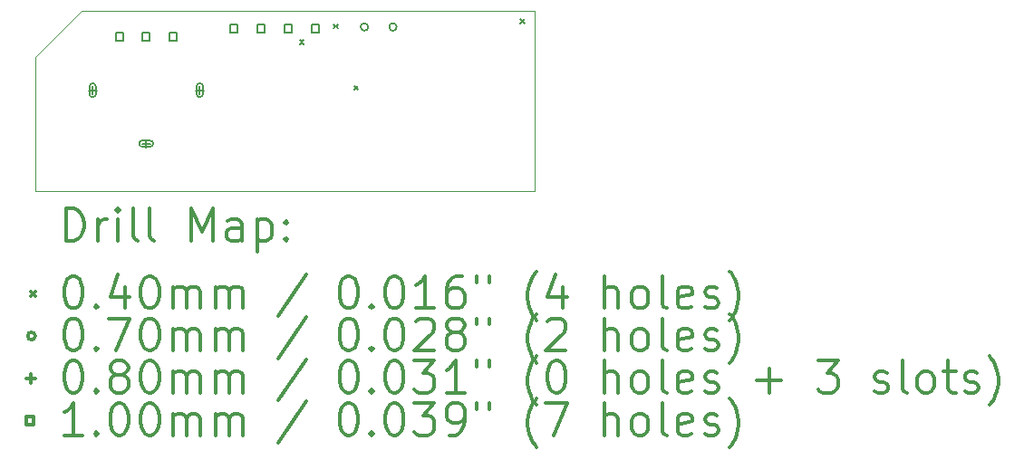
<source format=gbr>
%FSLAX45Y45*%
G04 Gerber Fmt 4.5, Leading zero omitted, Abs format (unit mm)*
G04 Created by KiCad (PCBNEW (5.1.6)-1) date 2024-02-19 11:37:00*
%MOMM*%
%LPD*%
G01*
G04 APERTURE LIST*
%TA.AperFunction,Profile*%
%ADD10C,0.050000*%
%TD*%
%ADD11C,0.200000*%
%ADD12C,0.300000*%
G04 APERTURE END LIST*
D10*
X12700000Y-10179050D02*
X13131800Y-9747250D01*
X12700000Y-11430000D02*
X12700000Y-10179050D01*
X17367250Y-9747250D02*
X13131800Y-9747250D01*
X17367250Y-11430000D02*
X17367250Y-9747250D01*
X12700000Y-11430000D02*
X17367250Y-11430000D01*
D11*
X15169200Y-10019350D02*
X15209200Y-10059350D01*
X15209200Y-10019350D02*
X15169200Y-10059350D01*
X15486700Y-9873300D02*
X15526700Y-9913300D01*
X15526700Y-9873300D02*
X15486700Y-9913300D01*
X15677200Y-10447350D02*
X15717200Y-10487350D01*
X15717200Y-10447350D02*
X15677200Y-10487350D01*
X17232950Y-9828850D02*
X17272950Y-9868850D01*
X17272950Y-9828850D02*
X17232950Y-9868850D01*
X15808400Y-9899650D02*
G75*
G03*
X15808400Y-9899650I-35000J0D01*
G01*
X16075100Y-9899650D02*
G75*
G03*
X16075100Y-9899650I-35000J0D01*
G01*
X13235050Y-10450200D02*
X13235050Y-10530200D01*
X13195050Y-10490200D02*
X13275050Y-10490200D01*
X13265050Y-10525200D02*
X13265050Y-10455200D01*
X13205050Y-10525200D02*
X13205050Y-10455200D01*
X13265050Y-10455200D02*
G75*
G03*
X13205050Y-10455200I-30000J0D01*
G01*
X13205050Y-10525200D02*
G75*
G03*
X13265050Y-10525200I30000J0D01*
G01*
X13735050Y-10950200D02*
X13735050Y-11030200D01*
X13695050Y-10990200D02*
X13775050Y-10990200D01*
X13700050Y-11020200D02*
X13770050Y-11020200D01*
X13700050Y-10960200D02*
X13770050Y-10960200D01*
X13770050Y-11020200D02*
G75*
G03*
X13770050Y-10960200I0J30000D01*
G01*
X13700050Y-10960200D02*
G75*
G03*
X13700050Y-11020200I0J-30000D01*
G01*
X14235050Y-10450200D02*
X14235050Y-10530200D01*
X14195050Y-10490200D02*
X14275050Y-10490200D01*
X14265050Y-10525200D02*
X14265050Y-10455200D01*
X14205050Y-10525200D02*
X14205050Y-10455200D01*
X14265050Y-10455200D02*
G75*
G03*
X14205050Y-10455200I-30000J0D01*
G01*
X14205050Y-10525200D02*
G75*
G03*
X14265050Y-10525200I30000J0D01*
G01*
X14589556Y-9947706D02*
X14589556Y-9876994D01*
X14518844Y-9876994D01*
X14518844Y-9947706D01*
X14589556Y-9947706D01*
X14843556Y-9947706D02*
X14843556Y-9876994D01*
X14772844Y-9876994D01*
X14772844Y-9947706D01*
X14843556Y-9947706D01*
X15097556Y-9947706D02*
X15097556Y-9876994D01*
X15026844Y-9876994D01*
X15026844Y-9947706D01*
X15097556Y-9947706D01*
X15351556Y-9947706D02*
X15351556Y-9876994D01*
X15280844Y-9876994D01*
X15280844Y-9947706D01*
X15351556Y-9947706D01*
X13520406Y-10025556D02*
X13520406Y-9954844D01*
X13449694Y-9954844D01*
X13449694Y-10025556D01*
X13520406Y-10025556D01*
X13770406Y-10025556D02*
X13770406Y-9954844D01*
X13699694Y-9954844D01*
X13699694Y-10025556D01*
X13770406Y-10025556D01*
X14020406Y-10025556D02*
X14020406Y-9954844D01*
X13949694Y-9954844D01*
X13949694Y-10025556D01*
X14020406Y-10025556D01*
D12*
X12983928Y-11898214D02*
X12983928Y-11598214D01*
X13055357Y-11598214D01*
X13098214Y-11612500D01*
X13126786Y-11641071D01*
X13141071Y-11669643D01*
X13155357Y-11726786D01*
X13155357Y-11769643D01*
X13141071Y-11826786D01*
X13126786Y-11855357D01*
X13098214Y-11883929D01*
X13055357Y-11898214D01*
X12983928Y-11898214D01*
X13283928Y-11898214D02*
X13283928Y-11698214D01*
X13283928Y-11755357D02*
X13298214Y-11726786D01*
X13312500Y-11712500D01*
X13341071Y-11698214D01*
X13369643Y-11698214D01*
X13469643Y-11898214D02*
X13469643Y-11698214D01*
X13469643Y-11598214D02*
X13455357Y-11612500D01*
X13469643Y-11626786D01*
X13483928Y-11612500D01*
X13469643Y-11598214D01*
X13469643Y-11626786D01*
X13655357Y-11898214D02*
X13626786Y-11883929D01*
X13612500Y-11855357D01*
X13612500Y-11598214D01*
X13812500Y-11898214D02*
X13783928Y-11883929D01*
X13769643Y-11855357D01*
X13769643Y-11598214D01*
X14155357Y-11898214D02*
X14155357Y-11598214D01*
X14255357Y-11812500D01*
X14355357Y-11598214D01*
X14355357Y-11898214D01*
X14626786Y-11898214D02*
X14626786Y-11741071D01*
X14612500Y-11712500D01*
X14583928Y-11698214D01*
X14526786Y-11698214D01*
X14498214Y-11712500D01*
X14626786Y-11883929D02*
X14598214Y-11898214D01*
X14526786Y-11898214D01*
X14498214Y-11883929D01*
X14483928Y-11855357D01*
X14483928Y-11826786D01*
X14498214Y-11798214D01*
X14526786Y-11783929D01*
X14598214Y-11783929D01*
X14626786Y-11769643D01*
X14769643Y-11698214D02*
X14769643Y-11998214D01*
X14769643Y-11712500D02*
X14798214Y-11698214D01*
X14855357Y-11698214D01*
X14883928Y-11712500D01*
X14898214Y-11726786D01*
X14912500Y-11755357D01*
X14912500Y-11841071D01*
X14898214Y-11869643D01*
X14883928Y-11883929D01*
X14855357Y-11898214D01*
X14798214Y-11898214D01*
X14769643Y-11883929D01*
X15041071Y-11869643D02*
X15055357Y-11883929D01*
X15041071Y-11898214D01*
X15026786Y-11883929D01*
X15041071Y-11869643D01*
X15041071Y-11898214D01*
X15041071Y-11712500D02*
X15055357Y-11726786D01*
X15041071Y-11741071D01*
X15026786Y-11726786D01*
X15041071Y-11712500D01*
X15041071Y-11741071D01*
X12657500Y-12372500D02*
X12697500Y-12412500D01*
X12697500Y-12372500D02*
X12657500Y-12412500D01*
X13041071Y-12228214D02*
X13069643Y-12228214D01*
X13098214Y-12242500D01*
X13112500Y-12256786D01*
X13126786Y-12285357D01*
X13141071Y-12342500D01*
X13141071Y-12413929D01*
X13126786Y-12471071D01*
X13112500Y-12499643D01*
X13098214Y-12513929D01*
X13069643Y-12528214D01*
X13041071Y-12528214D01*
X13012500Y-12513929D01*
X12998214Y-12499643D01*
X12983928Y-12471071D01*
X12969643Y-12413929D01*
X12969643Y-12342500D01*
X12983928Y-12285357D01*
X12998214Y-12256786D01*
X13012500Y-12242500D01*
X13041071Y-12228214D01*
X13269643Y-12499643D02*
X13283928Y-12513929D01*
X13269643Y-12528214D01*
X13255357Y-12513929D01*
X13269643Y-12499643D01*
X13269643Y-12528214D01*
X13541071Y-12328214D02*
X13541071Y-12528214D01*
X13469643Y-12213929D02*
X13398214Y-12428214D01*
X13583928Y-12428214D01*
X13755357Y-12228214D02*
X13783928Y-12228214D01*
X13812500Y-12242500D01*
X13826786Y-12256786D01*
X13841071Y-12285357D01*
X13855357Y-12342500D01*
X13855357Y-12413929D01*
X13841071Y-12471071D01*
X13826786Y-12499643D01*
X13812500Y-12513929D01*
X13783928Y-12528214D01*
X13755357Y-12528214D01*
X13726786Y-12513929D01*
X13712500Y-12499643D01*
X13698214Y-12471071D01*
X13683928Y-12413929D01*
X13683928Y-12342500D01*
X13698214Y-12285357D01*
X13712500Y-12256786D01*
X13726786Y-12242500D01*
X13755357Y-12228214D01*
X13983928Y-12528214D02*
X13983928Y-12328214D01*
X13983928Y-12356786D02*
X13998214Y-12342500D01*
X14026786Y-12328214D01*
X14069643Y-12328214D01*
X14098214Y-12342500D01*
X14112500Y-12371071D01*
X14112500Y-12528214D01*
X14112500Y-12371071D02*
X14126786Y-12342500D01*
X14155357Y-12328214D01*
X14198214Y-12328214D01*
X14226786Y-12342500D01*
X14241071Y-12371071D01*
X14241071Y-12528214D01*
X14383928Y-12528214D02*
X14383928Y-12328214D01*
X14383928Y-12356786D02*
X14398214Y-12342500D01*
X14426786Y-12328214D01*
X14469643Y-12328214D01*
X14498214Y-12342500D01*
X14512500Y-12371071D01*
X14512500Y-12528214D01*
X14512500Y-12371071D02*
X14526786Y-12342500D01*
X14555357Y-12328214D01*
X14598214Y-12328214D01*
X14626786Y-12342500D01*
X14641071Y-12371071D01*
X14641071Y-12528214D01*
X15226786Y-12213929D02*
X14969643Y-12599643D01*
X15612500Y-12228214D02*
X15641071Y-12228214D01*
X15669643Y-12242500D01*
X15683928Y-12256786D01*
X15698214Y-12285357D01*
X15712500Y-12342500D01*
X15712500Y-12413929D01*
X15698214Y-12471071D01*
X15683928Y-12499643D01*
X15669643Y-12513929D01*
X15641071Y-12528214D01*
X15612500Y-12528214D01*
X15583928Y-12513929D01*
X15569643Y-12499643D01*
X15555357Y-12471071D01*
X15541071Y-12413929D01*
X15541071Y-12342500D01*
X15555357Y-12285357D01*
X15569643Y-12256786D01*
X15583928Y-12242500D01*
X15612500Y-12228214D01*
X15841071Y-12499643D02*
X15855357Y-12513929D01*
X15841071Y-12528214D01*
X15826786Y-12513929D01*
X15841071Y-12499643D01*
X15841071Y-12528214D01*
X16041071Y-12228214D02*
X16069643Y-12228214D01*
X16098214Y-12242500D01*
X16112500Y-12256786D01*
X16126786Y-12285357D01*
X16141071Y-12342500D01*
X16141071Y-12413929D01*
X16126786Y-12471071D01*
X16112500Y-12499643D01*
X16098214Y-12513929D01*
X16069643Y-12528214D01*
X16041071Y-12528214D01*
X16012500Y-12513929D01*
X15998214Y-12499643D01*
X15983928Y-12471071D01*
X15969643Y-12413929D01*
X15969643Y-12342500D01*
X15983928Y-12285357D01*
X15998214Y-12256786D01*
X16012500Y-12242500D01*
X16041071Y-12228214D01*
X16426786Y-12528214D02*
X16255357Y-12528214D01*
X16341071Y-12528214D02*
X16341071Y-12228214D01*
X16312500Y-12271071D01*
X16283928Y-12299643D01*
X16255357Y-12313929D01*
X16683928Y-12228214D02*
X16626786Y-12228214D01*
X16598214Y-12242500D01*
X16583928Y-12256786D01*
X16555357Y-12299643D01*
X16541071Y-12356786D01*
X16541071Y-12471071D01*
X16555357Y-12499643D01*
X16569643Y-12513929D01*
X16598214Y-12528214D01*
X16655357Y-12528214D01*
X16683928Y-12513929D01*
X16698214Y-12499643D01*
X16712500Y-12471071D01*
X16712500Y-12399643D01*
X16698214Y-12371071D01*
X16683928Y-12356786D01*
X16655357Y-12342500D01*
X16598214Y-12342500D01*
X16569643Y-12356786D01*
X16555357Y-12371071D01*
X16541071Y-12399643D01*
X16826786Y-12228214D02*
X16826786Y-12285357D01*
X16941071Y-12228214D02*
X16941071Y-12285357D01*
X17383928Y-12642500D02*
X17369643Y-12628214D01*
X17341071Y-12585357D01*
X17326786Y-12556786D01*
X17312500Y-12513929D01*
X17298214Y-12442500D01*
X17298214Y-12385357D01*
X17312500Y-12313929D01*
X17326786Y-12271071D01*
X17341071Y-12242500D01*
X17369643Y-12199643D01*
X17383928Y-12185357D01*
X17626786Y-12328214D02*
X17626786Y-12528214D01*
X17555357Y-12213929D02*
X17483928Y-12428214D01*
X17669643Y-12428214D01*
X18012500Y-12528214D02*
X18012500Y-12228214D01*
X18141071Y-12528214D02*
X18141071Y-12371071D01*
X18126786Y-12342500D01*
X18098214Y-12328214D01*
X18055357Y-12328214D01*
X18026786Y-12342500D01*
X18012500Y-12356786D01*
X18326786Y-12528214D02*
X18298214Y-12513929D01*
X18283928Y-12499643D01*
X18269643Y-12471071D01*
X18269643Y-12385357D01*
X18283928Y-12356786D01*
X18298214Y-12342500D01*
X18326786Y-12328214D01*
X18369643Y-12328214D01*
X18398214Y-12342500D01*
X18412500Y-12356786D01*
X18426786Y-12385357D01*
X18426786Y-12471071D01*
X18412500Y-12499643D01*
X18398214Y-12513929D01*
X18369643Y-12528214D01*
X18326786Y-12528214D01*
X18598214Y-12528214D02*
X18569643Y-12513929D01*
X18555357Y-12485357D01*
X18555357Y-12228214D01*
X18826786Y-12513929D02*
X18798214Y-12528214D01*
X18741071Y-12528214D01*
X18712500Y-12513929D01*
X18698214Y-12485357D01*
X18698214Y-12371071D01*
X18712500Y-12342500D01*
X18741071Y-12328214D01*
X18798214Y-12328214D01*
X18826786Y-12342500D01*
X18841071Y-12371071D01*
X18841071Y-12399643D01*
X18698214Y-12428214D01*
X18955357Y-12513929D02*
X18983928Y-12528214D01*
X19041071Y-12528214D01*
X19069643Y-12513929D01*
X19083928Y-12485357D01*
X19083928Y-12471071D01*
X19069643Y-12442500D01*
X19041071Y-12428214D01*
X18998214Y-12428214D01*
X18969643Y-12413929D01*
X18955357Y-12385357D01*
X18955357Y-12371071D01*
X18969643Y-12342500D01*
X18998214Y-12328214D01*
X19041071Y-12328214D01*
X19069643Y-12342500D01*
X19183928Y-12642500D02*
X19198214Y-12628214D01*
X19226786Y-12585357D01*
X19241071Y-12556786D01*
X19255357Y-12513929D01*
X19269643Y-12442500D01*
X19269643Y-12385357D01*
X19255357Y-12313929D01*
X19241071Y-12271071D01*
X19226786Y-12242500D01*
X19198214Y-12199643D01*
X19183928Y-12185357D01*
X12697500Y-12788500D02*
G75*
G03*
X12697500Y-12788500I-35000J0D01*
G01*
X13041071Y-12624214D02*
X13069643Y-12624214D01*
X13098214Y-12638500D01*
X13112500Y-12652786D01*
X13126786Y-12681357D01*
X13141071Y-12738500D01*
X13141071Y-12809929D01*
X13126786Y-12867071D01*
X13112500Y-12895643D01*
X13098214Y-12909929D01*
X13069643Y-12924214D01*
X13041071Y-12924214D01*
X13012500Y-12909929D01*
X12998214Y-12895643D01*
X12983928Y-12867071D01*
X12969643Y-12809929D01*
X12969643Y-12738500D01*
X12983928Y-12681357D01*
X12998214Y-12652786D01*
X13012500Y-12638500D01*
X13041071Y-12624214D01*
X13269643Y-12895643D02*
X13283928Y-12909929D01*
X13269643Y-12924214D01*
X13255357Y-12909929D01*
X13269643Y-12895643D01*
X13269643Y-12924214D01*
X13383928Y-12624214D02*
X13583928Y-12624214D01*
X13455357Y-12924214D01*
X13755357Y-12624214D02*
X13783928Y-12624214D01*
X13812500Y-12638500D01*
X13826786Y-12652786D01*
X13841071Y-12681357D01*
X13855357Y-12738500D01*
X13855357Y-12809929D01*
X13841071Y-12867071D01*
X13826786Y-12895643D01*
X13812500Y-12909929D01*
X13783928Y-12924214D01*
X13755357Y-12924214D01*
X13726786Y-12909929D01*
X13712500Y-12895643D01*
X13698214Y-12867071D01*
X13683928Y-12809929D01*
X13683928Y-12738500D01*
X13698214Y-12681357D01*
X13712500Y-12652786D01*
X13726786Y-12638500D01*
X13755357Y-12624214D01*
X13983928Y-12924214D02*
X13983928Y-12724214D01*
X13983928Y-12752786D02*
X13998214Y-12738500D01*
X14026786Y-12724214D01*
X14069643Y-12724214D01*
X14098214Y-12738500D01*
X14112500Y-12767071D01*
X14112500Y-12924214D01*
X14112500Y-12767071D02*
X14126786Y-12738500D01*
X14155357Y-12724214D01*
X14198214Y-12724214D01*
X14226786Y-12738500D01*
X14241071Y-12767071D01*
X14241071Y-12924214D01*
X14383928Y-12924214D02*
X14383928Y-12724214D01*
X14383928Y-12752786D02*
X14398214Y-12738500D01*
X14426786Y-12724214D01*
X14469643Y-12724214D01*
X14498214Y-12738500D01*
X14512500Y-12767071D01*
X14512500Y-12924214D01*
X14512500Y-12767071D02*
X14526786Y-12738500D01*
X14555357Y-12724214D01*
X14598214Y-12724214D01*
X14626786Y-12738500D01*
X14641071Y-12767071D01*
X14641071Y-12924214D01*
X15226786Y-12609929D02*
X14969643Y-12995643D01*
X15612500Y-12624214D02*
X15641071Y-12624214D01*
X15669643Y-12638500D01*
X15683928Y-12652786D01*
X15698214Y-12681357D01*
X15712500Y-12738500D01*
X15712500Y-12809929D01*
X15698214Y-12867071D01*
X15683928Y-12895643D01*
X15669643Y-12909929D01*
X15641071Y-12924214D01*
X15612500Y-12924214D01*
X15583928Y-12909929D01*
X15569643Y-12895643D01*
X15555357Y-12867071D01*
X15541071Y-12809929D01*
X15541071Y-12738500D01*
X15555357Y-12681357D01*
X15569643Y-12652786D01*
X15583928Y-12638500D01*
X15612500Y-12624214D01*
X15841071Y-12895643D02*
X15855357Y-12909929D01*
X15841071Y-12924214D01*
X15826786Y-12909929D01*
X15841071Y-12895643D01*
X15841071Y-12924214D01*
X16041071Y-12624214D02*
X16069643Y-12624214D01*
X16098214Y-12638500D01*
X16112500Y-12652786D01*
X16126786Y-12681357D01*
X16141071Y-12738500D01*
X16141071Y-12809929D01*
X16126786Y-12867071D01*
X16112500Y-12895643D01*
X16098214Y-12909929D01*
X16069643Y-12924214D01*
X16041071Y-12924214D01*
X16012500Y-12909929D01*
X15998214Y-12895643D01*
X15983928Y-12867071D01*
X15969643Y-12809929D01*
X15969643Y-12738500D01*
X15983928Y-12681357D01*
X15998214Y-12652786D01*
X16012500Y-12638500D01*
X16041071Y-12624214D01*
X16255357Y-12652786D02*
X16269643Y-12638500D01*
X16298214Y-12624214D01*
X16369643Y-12624214D01*
X16398214Y-12638500D01*
X16412500Y-12652786D01*
X16426786Y-12681357D01*
X16426786Y-12709929D01*
X16412500Y-12752786D01*
X16241071Y-12924214D01*
X16426786Y-12924214D01*
X16598214Y-12752786D02*
X16569643Y-12738500D01*
X16555357Y-12724214D01*
X16541071Y-12695643D01*
X16541071Y-12681357D01*
X16555357Y-12652786D01*
X16569643Y-12638500D01*
X16598214Y-12624214D01*
X16655357Y-12624214D01*
X16683928Y-12638500D01*
X16698214Y-12652786D01*
X16712500Y-12681357D01*
X16712500Y-12695643D01*
X16698214Y-12724214D01*
X16683928Y-12738500D01*
X16655357Y-12752786D01*
X16598214Y-12752786D01*
X16569643Y-12767071D01*
X16555357Y-12781357D01*
X16541071Y-12809929D01*
X16541071Y-12867071D01*
X16555357Y-12895643D01*
X16569643Y-12909929D01*
X16598214Y-12924214D01*
X16655357Y-12924214D01*
X16683928Y-12909929D01*
X16698214Y-12895643D01*
X16712500Y-12867071D01*
X16712500Y-12809929D01*
X16698214Y-12781357D01*
X16683928Y-12767071D01*
X16655357Y-12752786D01*
X16826786Y-12624214D02*
X16826786Y-12681357D01*
X16941071Y-12624214D02*
X16941071Y-12681357D01*
X17383928Y-13038500D02*
X17369643Y-13024214D01*
X17341071Y-12981357D01*
X17326786Y-12952786D01*
X17312500Y-12909929D01*
X17298214Y-12838500D01*
X17298214Y-12781357D01*
X17312500Y-12709929D01*
X17326786Y-12667071D01*
X17341071Y-12638500D01*
X17369643Y-12595643D01*
X17383928Y-12581357D01*
X17483928Y-12652786D02*
X17498214Y-12638500D01*
X17526786Y-12624214D01*
X17598214Y-12624214D01*
X17626786Y-12638500D01*
X17641071Y-12652786D01*
X17655357Y-12681357D01*
X17655357Y-12709929D01*
X17641071Y-12752786D01*
X17469643Y-12924214D01*
X17655357Y-12924214D01*
X18012500Y-12924214D02*
X18012500Y-12624214D01*
X18141071Y-12924214D02*
X18141071Y-12767071D01*
X18126786Y-12738500D01*
X18098214Y-12724214D01*
X18055357Y-12724214D01*
X18026786Y-12738500D01*
X18012500Y-12752786D01*
X18326786Y-12924214D02*
X18298214Y-12909929D01*
X18283928Y-12895643D01*
X18269643Y-12867071D01*
X18269643Y-12781357D01*
X18283928Y-12752786D01*
X18298214Y-12738500D01*
X18326786Y-12724214D01*
X18369643Y-12724214D01*
X18398214Y-12738500D01*
X18412500Y-12752786D01*
X18426786Y-12781357D01*
X18426786Y-12867071D01*
X18412500Y-12895643D01*
X18398214Y-12909929D01*
X18369643Y-12924214D01*
X18326786Y-12924214D01*
X18598214Y-12924214D02*
X18569643Y-12909929D01*
X18555357Y-12881357D01*
X18555357Y-12624214D01*
X18826786Y-12909929D02*
X18798214Y-12924214D01*
X18741071Y-12924214D01*
X18712500Y-12909929D01*
X18698214Y-12881357D01*
X18698214Y-12767071D01*
X18712500Y-12738500D01*
X18741071Y-12724214D01*
X18798214Y-12724214D01*
X18826786Y-12738500D01*
X18841071Y-12767071D01*
X18841071Y-12795643D01*
X18698214Y-12824214D01*
X18955357Y-12909929D02*
X18983928Y-12924214D01*
X19041071Y-12924214D01*
X19069643Y-12909929D01*
X19083928Y-12881357D01*
X19083928Y-12867071D01*
X19069643Y-12838500D01*
X19041071Y-12824214D01*
X18998214Y-12824214D01*
X18969643Y-12809929D01*
X18955357Y-12781357D01*
X18955357Y-12767071D01*
X18969643Y-12738500D01*
X18998214Y-12724214D01*
X19041071Y-12724214D01*
X19069643Y-12738500D01*
X19183928Y-13038500D02*
X19198214Y-13024214D01*
X19226786Y-12981357D01*
X19241071Y-12952786D01*
X19255357Y-12909929D01*
X19269643Y-12838500D01*
X19269643Y-12781357D01*
X19255357Y-12709929D01*
X19241071Y-12667071D01*
X19226786Y-12638500D01*
X19198214Y-12595643D01*
X19183928Y-12581357D01*
X12657500Y-13144500D02*
X12657500Y-13224500D01*
X12617500Y-13184500D02*
X12697500Y-13184500D01*
X13041071Y-13020214D02*
X13069643Y-13020214D01*
X13098214Y-13034500D01*
X13112500Y-13048786D01*
X13126786Y-13077357D01*
X13141071Y-13134500D01*
X13141071Y-13205929D01*
X13126786Y-13263071D01*
X13112500Y-13291643D01*
X13098214Y-13305929D01*
X13069643Y-13320214D01*
X13041071Y-13320214D01*
X13012500Y-13305929D01*
X12998214Y-13291643D01*
X12983928Y-13263071D01*
X12969643Y-13205929D01*
X12969643Y-13134500D01*
X12983928Y-13077357D01*
X12998214Y-13048786D01*
X13012500Y-13034500D01*
X13041071Y-13020214D01*
X13269643Y-13291643D02*
X13283928Y-13305929D01*
X13269643Y-13320214D01*
X13255357Y-13305929D01*
X13269643Y-13291643D01*
X13269643Y-13320214D01*
X13455357Y-13148786D02*
X13426786Y-13134500D01*
X13412500Y-13120214D01*
X13398214Y-13091643D01*
X13398214Y-13077357D01*
X13412500Y-13048786D01*
X13426786Y-13034500D01*
X13455357Y-13020214D01*
X13512500Y-13020214D01*
X13541071Y-13034500D01*
X13555357Y-13048786D01*
X13569643Y-13077357D01*
X13569643Y-13091643D01*
X13555357Y-13120214D01*
X13541071Y-13134500D01*
X13512500Y-13148786D01*
X13455357Y-13148786D01*
X13426786Y-13163071D01*
X13412500Y-13177357D01*
X13398214Y-13205929D01*
X13398214Y-13263071D01*
X13412500Y-13291643D01*
X13426786Y-13305929D01*
X13455357Y-13320214D01*
X13512500Y-13320214D01*
X13541071Y-13305929D01*
X13555357Y-13291643D01*
X13569643Y-13263071D01*
X13569643Y-13205929D01*
X13555357Y-13177357D01*
X13541071Y-13163071D01*
X13512500Y-13148786D01*
X13755357Y-13020214D02*
X13783928Y-13020214D01*
X13812500Y-13034500D01*
X13826786Y-13048786D01*
X13841071Y-13077357D01*
X13855357Y-13134500D01*
X13855357Y-13205929D01*
X13841071Y-13263071D01*
X13826786Y-13291643D01*
X13812500Y-13305929D01*
X13783928Y-13320214D01*
X13755357Y-13320214D01*
X13726786Y-13305929D01*
X13712500Y-13291643D01*
X13698214Y-13263071D01*
X13683928Y-13205929D01*
X13683928Y-13134500D01*
X13698214Y-13077357D01*
X13712500Y-13048786D01*
X13726786Y-13034500D01*
X13755357Y-13020214D01*
X13983928Y-13320214D02*
X13983928Y-13120214D01*
X13983928Y-13148786D02*
X13998214Y-13134500D01*
X14026786Y-13120214D01*
X14069643Y-13120214D01*
X14098214Y-13134500D01*
X14112500Y-13163071D01*
X14112500Y-13320214D01*
X14112500Y-13163071D02*
X14126786Y-13134500D01*
X14155357Y-13120214D01*
X14198214Y-13120214D01*
X14226786Y-13134500D01*
X14241071Y-13163071D01*
X14241071Y-13320214D01*
X14383928Y-13320214D02*
X14383928Y-13120214D01*
X14383928Y-13148786D02*
X14398214Y-13134500D01*
X14426786Y-13120214D01*
X14469643Y-13120214D01*
X14498214Y-13134500D01*
X14512500Y-13163071D01*
X14512500Y-13320214D01*
X14512500Y-13163071D02*
X14526786Y-13134500D01*
X14555357Y-13120214D01*
X14598214Y-13120214D01*
X14626786Y-13134500D01*
X14641071Y-13163071D01*
X14641071Y-13320214D01*
X15226786Y-13005929D02*
X14969643Y-13391643D01*
X15612500Y-13020214D02*
X15641071Y-13020214D01*
X15669643Y-13034500D01*
X15683928Y-13048786D01*
X15698214Y-13077357D01*
X15712500Y-13134500D01*
X15712500Y-13205929D01*
X15698214Y-13263071D01*
X15683928Y-13291643D01*
X15669643Y-13305929D01*
X15641071Y-13320214D01*
X15612500Y-13320214D01*
X15583928Y-13305929D01*
X15569643Y-13291643D01*
X15555357Y-13263071D01*
X15541071Y-13205929D01*
X15541071Y-13134500D01*
X15555357Y-13077357D01*
X15569643Y-13048786D01*
X15583928Y-13034500D01*
X15612500Y-13020214D01*
X15841071Y-13291643D02*
X15855357Y-13305929D01*
X15841071Y-13320214D01*
X15826786Y-13305929D01*
X15841071Y-13291643D01*
X15841071Y-13320214D01*
X16041071Y-13020214D02*
X16069643Y-13020214D01*
X16098214Y-13034500D01*
X16112500Y-13048786D01*
X16126786Y-13077357D01*
X16141071Y-13134500D01*
X16141071Y-13205929D01*
X16126786Y-13263071D01*
X16112500Y-13291643D01*
X16098214Y-13305929D01*
X16069643Y-13320214D01*
X16041071Y-13320214D01*
X16012500Y-13305929D01*
X15998214Y-13291643D01*
X15983928Y-13263071D01*
X15969643Y-13205929D01*
X15969643Y-13134500D01*
X15983928Y-13077357D01*
X15998214Y-13048786D01*
X16012500Y-13034500D01*
X16041071Y-13020214D01*
X16241071Y-13020214D02*
X16426786Y-13020214D01*
X16326786Y-13134500D01*
X16369643Y-13134500D01*
X16398214Y-13148786D01*
X16412500Y-13163071D01*
X16426786Y-13191643D01*
X16426786Y-13263071D01*
X16412500Y-13291643D01*
X16398214Y-13305929D01*
X16369643Y-13320214D01*
X16283928Y-13320214D01*
X16255357Y-13305929D01*
X16241071Y-13291643D01*
X16712500Y-13320214D02*
X16541071Y-13320214D01*
X16626786Y-13320214D02*
X16626786Y-13020214D01*
X16598214Y-13063071D01*
X16569643Y-13091643D01*
X16541071Y-13105929D01*
X16826786Y-13020214D02*
X16826786Y-13077357D01*
X16941071Y-13020214D02*
X16941071Y-13077357D01*
X17383928Y-13434500D02*
X17369643Y-13420214D01*
X17341071Y-13377357D01*
X17326786Y-13348786D01*
X17312500Y-13305929D01*
X17298214Y-13234500D01*
X17298214Y-13177357D01*
X17312500Y-13105929D01*
X17326786Y-13063071D01*
X17341071Y-13034500D01*
X17369643Y-12991643D01*
X17383928Y-12977357D01*
X17555357Y-13020214D02*
X17583928Y-13020214D01*
X17612500Y-13034500D01*
X17626786Y-13048786D01*
X17641071Y-13077357D01*
X17655357Y-13134500D01*
X17655357Y-13205929D01*
X17641071Y-13263071D01*
X17626786Y-13291643D01*
X17612500Y-13305929D01*
X17583928Y-13320214D01*
X17555357Y-13320214D01*
X17526786Y-13305929D01*
X17512500Y-13291643D01*
X17498214Y-13263071D01*
X17483928Y-13205929D01*
X17483928Y-13134500D01*
X17498214Y-13077357D01*
X17512500Y-13048786D01*
X17526786Y-13034500D01*
X17555357Y-13020214D01*
X18012500Y-13320214D02*
X18012500Y-13020214D01*
X18141071Y-13320214D02*
X18141071Y-13163071D01*
X18126786Y-13134500D01*
X18098214Y-13120214D01*
X18055357Y-13120214D01*
X18026786Y-13134500D01*
X18012500Y-13148786D01*
X18326786Y-13320214D02*
X18298214Y-13305929D01*
X18283928Y-13291643D01*
X18269643Y-13263071D01*
X18269643Y-13177357D01*
X18283928Y-13148786D01*
X18298214Y-13134500D01*
X18326786Y-13120214D01*
X18369643Y-13120214D01*
X18398214Y-13134500D01*
X18412500Y-13148786D01*
X18426786Y-13177357D01*
X18426786Y-13263071D01*
X18412500Y-13291643D01*
X18398214Y-13305929D01*
X18369643Y-13320214D01*
X18326786Y-13320214D01*
X18598214Y-13320214D02*
X18569643Y-13305929D01*
X18555357Y-13277357D01*
X18555357Y-13020214D01*
X18826786Y-13305929D02*
X18798214Y-13320214D01*
X18741071Y-13320214D01*
X18712500Y-13305929D01*
X18698214Y-13277357D01*
X18698214Y-13163071D01*
X18712500Y-13134500D01*
X18741071Y-13120214D01*
X18798214Y-13120214D01*
X18826786Y-13134500D01*
X18841071Y-13163071D01*
X18841071Y-13191643D01*
X18698214Y-13220214D01*
X18955357Y-13305929D02*
X18983928Y-13320214D01*
X19041071Y-13320214D01*
X19069643Y-13305929D01*
X19083928Y-13277357D01*
X19083928Y-13263071D01*
X19069643Y-13234500D01*
X19041071Y-13220214D01*
X18998214Y-13220214D01*
X18969643Y-13205929D01*
X18955357Y-13177357D01*
X18955357Y-13163071D01*
X18969643Y-13134500D01*
X18998214Y-13120214D01*
X19041071Y-13120214D01*
X19069643Y-13134500D01*
X19441071Y-13205929D02*
X19669643Y-13205929D01*
X19555357Y-13320214D02*
X19555357Y-13091643D01*
X20012500Y-13020214D02*
X20198214Y-13020214D01*
X20098214Y-13134500D01*
X20141071Y-13134500D01*
X20169643Y-13148786D01*
X20183928Y-13163071D01*
X20198214Y-13191643D01*
X20198214Y-13263071D01*
X20183928Y-13291643D01*
X20169643Y-13305929D01*
X20141071Y-13320214D01*
X20055357Y-13320214D01*
X20026786Y-13305929D01*
X20012500Y-13291643D01*
X20541071Y-13305929D02*
X20569643Y-13320214D01*
X20626786Y-13320214D01*
X20655357Y-13305929D01*
X20669643Y-13277357D01*
X20669643Y-13263071D01*
X20655357Y-13234500D01*
X20626786Y-13220214D01*
X20583928Y-13220214D01*
X20555357Y-13205929D01*
X20541071Y-13177357D01*
X20541071Y-13163071D01*
X20555357Y-13134500D01*
X20583928Y-13120214D01*
X20626786Y-13120214D01*
X20655357Y-13134500D01*
X20841071Y-13320214D02*
X20812500Y-13305929D01*
X20798214Y-13277357D01*
X20798214Y-13020214D01*
X20998214Y-13320214D02*
X20969643Y-13305929D01*
X20955357Y-13291643D01*
X20941071Y-13263071D01*
X20941071Y-13177357D01*
X20955357Y-13148786D01*
X20969643Y-13134500D01*
X20998214Y-13120214D01*
X21041071Y-13120214D01*
X21069643Y-13134500D01*
X21083928Y-13148786D01*
X21098214Y-13177357D01*
X21098214Y-13263071D01*
X21083928Y-13291643D01*
X21069643Y-13305929D01*
X21041071Y-13320214D01*
X20998214Y-13320214D01*
X21183928Y-13120214D02*
X21298214Y-13120214D01*
X21226786Y-13020214D02*
X21226786Y-13277357D01*
X21241071Y-13305929D01*
X21269643Y-13320214D01*
X21298214Y-13320214D01*
X21383928Y-13305929D02*
X21412500Y-13320214D01*
X21469643Y-13320214D01*
X21498214Y-13305929D01*
X21512500Y-13277357D01*
X21512500Y-13263071D01*
X21498214Y-13234500D01*
X21469643Y-13220214D01*
X21426786Y-13220214D01*
X21398214Y-13205929D01*
X21383928Y-13177357D01*
X21383928Y-13163071D01*
X21398214Y-13134500D01*
X21426786Y-13120214D01*
X21469643Y-13120214D01*
X21498214Y-13134500D01*
X21612500Y-13434500D02*
X21626786Y-13420214D01*
X21655357Y-13377357D01*
X21669643Y-13348786D01*
X21683928Y-13305929D01*
X21698214Y-13234500D01*
X21698214Y-13177357D01*
X21683928Y-13105929D01*
X21669643Y-13063071D01*
X21655357Y-13034500D01*
X21626786Y-12991643D01*
X21612500Y-12977357D01*
X12682856Y-13615856D02*
X12682856Y-13545144D01*
X12612144Y-13545144D01*
X12612144Y-13615856D01*
X12682856Y-13615856D01*
X13141071Y-13716214D02*
X12969643Y-13716214D01*
X13055357Y-13716214D02*
X13055357Y-13416214D01*
X13026786Y-13459071D01*
X12998214Y-13487643D01*
X12969643Y-13501929D01*
X13269643Y-13687643D02*
X13283928Y-13701929D01*
X13269643Y-13716214D01*
X13255357Y-13701929D01*
X13269643Y-13687643D01*
X13269643Y-13716214D01*
X13469643Y-13416214D02*
X13498214Y-13416214D01*
X13526786Y-13430500D01*
X13541071Y-13444786D01*
X13555357Y-13473357D01*
X13569643Y-13530500D01*
X13569643Y-13601929D01*
X13555357Y-13659071D01*
X13541071Y-13687643D01*
X13526786Y-13701929D01*
X13498214Y-13716214D01*
X13469643Y-13716214D01*
X13441071Y-13701929D01*
X13426786Y-13687643D01*
X13412500Y-13659071D01*
X13398214Y-13601929D01*
X13398214Y-13530500D01*
X13412500Y-13473357D01*
X13426786Y-13444786D01*
X13441071Y-13430500D01*
X13469643Y-13416214D01*
X13755357Y-13416214D02*
X13783928Y-13416214D01*
X13812500Y-13430500D01*
X13826786Y-13444786D01*
X13841071Y-13473357D01*
X13855357Y-13530500D01*
X13855357Y-13601929D01*
X13841071Y-13659071D01*
X13826786Y-13687643D01*
X13812500Y-13701929D01*
X13783928Y-13716214D01*
X13755357Y-13716214D01*
X13726786Y-13701929D01*
X13712500Y-13687643D01*
X13698214Y-13659071D01*
X13683928Y-13601929D01*
X13683928Y-13530500D01*
X13698214Y-13473357D01*
X13712500Y-13444786D01*
X13726786Y-13430500D01*
X13755357Y-13416214D01*
X13983928Y-13716214D02*
X13983928Y-13516214D01*
X13983928Y-13544786D02*
X13998214Y-13530500D01*
X14026786Y-13516214D01*
X14069643Y-13516214D01*
X14098214Y-13530500D01*
X14112500Y-13559071D01*
X14112500Y-13716214D01*
X14112500Y-13559071D02*
X14126786Y-13530500D01*
X14155357Y-13516214D01*
X14198214Y-13516214D01*
X14226786Y-13530500D01*
X14241071Y-13559071D01*
X14241071Y-13716214D01*
X14383928Y-13716214D02*
X14383928Y-13516214D01*
X14383928Y-13544786D02*
X14398214Y-13530500D01*
X14426786Y-13516214D01*
X14469643Y-13516214D01*
X14498214Y-13530500D01*
X14512500Y-13559071D01*
X14512500Y-13716214D01*
X14512500Y-13559071D02*
X14526786Y-13530500D01*
X14555357Y-13516214D01*
X14598214Y-13516214D01*
X14626786Y-13530500D01*
X14641071Y-13559071D01*
X14641071Y-13716214D01*
X15226786Y-13401929D02*
X14969643Y-13787643D01*
X15612500Y-13416214D02*
X15641071Y-13416214D01*
X15669643Y-13430500D01*
X15683928Y-13444786D01*
X15698214Y-13473357D01*
X15712500Y-13530500D01*
X15712500Y-13601929D01*
X15698214Y-13659071D01*
X15683928Y-13687643D01*
X15669643Y-13701929D01*
X15641071Y-13716214D01*
X15612500Y-13716214D01*
X15583928Y-13701929D01*
X15569643Y-13687643D01*
X15555357Y-13659071D01*
X15541071Y-13601929D01*
X15541071Y-13530500D01*
X15555357Y-13473357D01*
X15569643Y-13444786D01*
X15583928Y-13430500D01*
X15612500Y-13416214D01*
X15841071Y-13687643D02*
X15855357Y-13701929D01*
X15841071Y-13716214D01*
X15826786Y-13701929D01*
X15841071Y-13687643D01*
X15841071Y-13716214D01*
X16041071Y-13416214D02*
X16069643Y-13416214D01*
X16098214Y-13430500D01*
X16112500Y-13444786D01*
X16126786Y-13473357D01*
X16141071Y-13530500D01*
X16141071Y-13601929D01*
X16126786Y-13659071D01*
X16112500Y-13687643D01*
X16098214Y-13701929D01*
X16069643Y-13716214D01*
X16041071Y-13716214D01*
X16012500Y-13701929D01*
X15998214Y-13687643D01*
X15983928Y-13659071D01*
X15969643Y-13601929D01*
X15969643Y-13530500D01*
X15983928Y-13473357D01*
X15998214Y-13444786D01*
X16012500Y-13430500D01*
X16041071Y-13416214D01*
X16241071Y-13416214D02*
X16426786Y-13416214D01*
X16326786Y-13530500D01*
X16369643Y-13530500D01*
X16398214Y-13544786D01*
X16412500Y-13559071D01*
X16426786Y-13587643D01*
X16426786Y-13659071D01*
X16412500Y-13687643D01*
X16398214Y-13701929D01*
X16369643Y-13716214D01*
X16283928Y-13716214D01*
X16255357Y-13701929D01*
X16241071Y-13687643D01*
X16569643Y-13716214D02*
X16626786Y-13716214D01*
X16655357Y-13701929D01*
X16669643Y-13687643D01*
X16698214Y-13644786D01*
X16712500Y-13587643D01*
X16712500Y-13473357D01*
X16698214Y-13444786D01*
X16683928Y-13430500D01*
X16655357Y-13416214D01*
X16598214Y-13416214D01*
X16569643Y-13430500D01*
X16555357Y-13444786D01*
X16541071Y-13473357D01*
X16541071Y-13544786D01*
X16555357Y-13573357D01*
X16569643Y-13587643D01*
X16598214Y-13601929D01*
X16655357Y-13601929D01*
X16683928Y-13587643D01*
X16698214Y-13573357D01*
X16712500Y-13544786D01*
X16826786Y-13416214D02*
X16826786Y-13473357D01*
X16941071Y-13416214D02*
X16941071Y-13473357D01*
X17383928Y-13830500D02*
X17369643Y-13816214D01*
X17341071Y-13773357D01*
X17326786Y-13744786D01*
X17312500Y-13701929D01*
X17298214Y-13630500D01*
X17298214Y-13573357D01*
X17312500Y-13501929D01*
X17326786Y-13459071D01*
X17341071Y-13430500D01*
X17369643Y-13387643D01*
X17383928Y-13373357D01*
X17469643Y-13416214D02*
X17669643Y-13416214D01*
X17541071Y-13716214D01*
X18012500Y-13716214D02*
X18012500Y-13416214D01*
X18141071Y-13716214D02*
X18141071Y-13559071D01*
X18126786Y-13530500D01*
X18098214Y-13516214D01*
X18055357Y-13516214D01*
X18026786Y-13530500D01*
X18012500Y-13544786D01*
X18326786Y-13716214D02*
X18298214Y-13701929D01*
X18283928Y-13687643D01*
X18269643Y-13659071D01*
X18269643Y-13573357D01*
X18283928Y-13544786D01*
X18298214Y-13530500D01*
X18326786Y-13516214D01*
X18369643Y-13516214D01*
X18398214Y-13530500D01*
X18412500Y-13544786D01*
X18426786Y-13573357D01*
X18426786Y-13659071D01*
X18412500Y-13687643D01*
X18398214Y-13701929D01*
X18369643Y-13716214D01*
X18326786Y-13716214D01*
X18598214Y-13716214D02*
X18569643Y-13701929D01*
X18555357Y-13673357D01*
X18555357Y-13416214D01*
X18826786Y-13701929D02*
X18798214Y-13716214D01*
X18741071Y-13716214D01*
X18712500Y-13701929D01*
X18698214Y-13673357D01*
X18698214Y-13559071D01*
X18712500Y-13530500D01*
X18741071Y-13516214D01*
X18798214Y-13516214D01*
X18826786Y-13530500D01*
X18841071Y-13559071D01*
X18841071Y-13587643D01*
X18698214Y-13616214D01*
X18955357Y-13701929D02*
X18983928Y-13716214D01*
X19041071Y-13716214D01*
X19069643Y-13701929D01*
X19083928Y-13673357D01*
X19083928Y-13659071D01*
X19069643Y-13630500D01*
X19041071Y-13616214D01*
X18998214Y-13616214D01*
X18969643Y-13601929D01*
X18955357Y-13573357D01*
X18955357Y-13559071D01*
X18969643Y-13530500D01*
X18998214Y-13516214D01*
X19041071Y-13516214D01*
X19069643Y-13530500D01*
X19183928Y-13830500D02*
X19198214Y-13816214D01*
X19226786Y-13773357D01*
X19241071Y-13744786D01*
X19255357Y-13701929D01*
X19269643Y-13630500D01*
X19269643Y-13573357D01*
X19255357Y-13501929D01*
X19241071Y-13459071D01*
X19226786Y-13430500D01*
X19198214Y-13387643D01*
X19183928Y-13373357D01*
M02*

</source>
